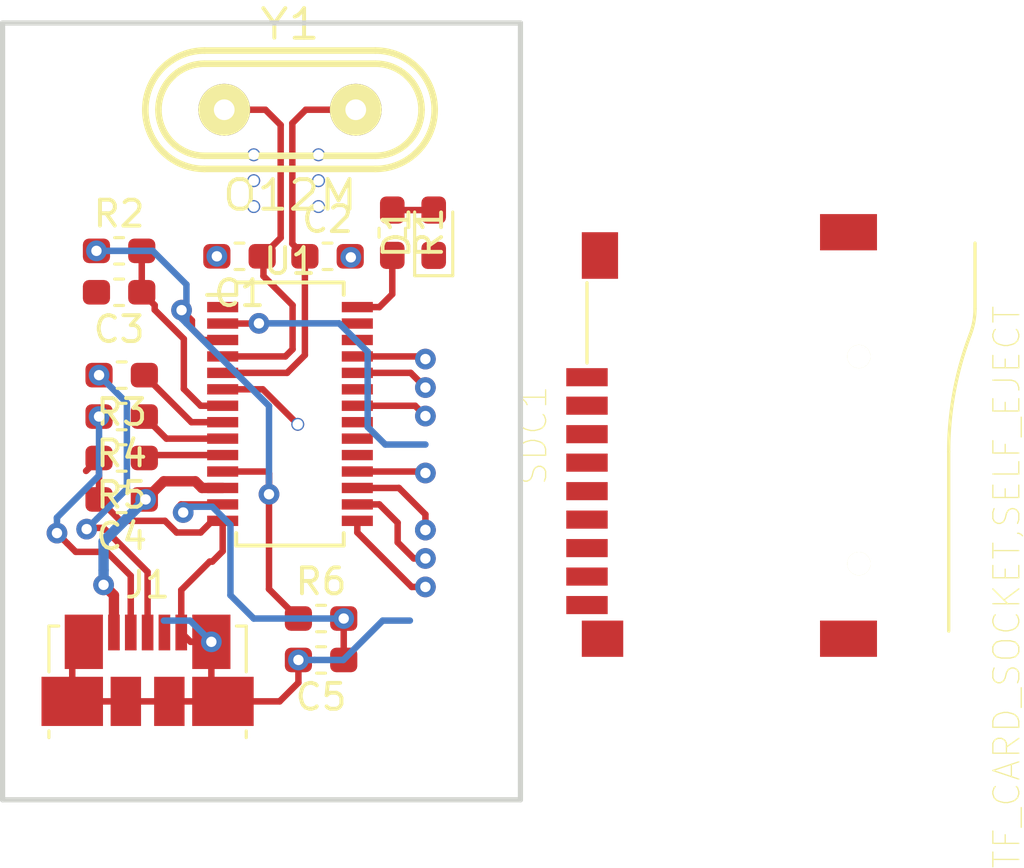
<source format=kicad_pcb>
(kicad_pcb (version 20171130) (host pcbnew 5.0.2-bee76a0~70~ubuntu18.04.1)

  (general
    (thickness 1.6)
    (drawings 4)
    (tracks 182)
    (zones 0)
    (modules 16)
    (nets 32)
  )

  (page A4)
  (layers
    (0 F.Cu signal)
    (31 B.Cu signal)
    (32 B.Adhes user)
    (33 F.Adhes user)
    (34 B.Paste user)
    (35 F.Paste user)
    (36 B.SilkS user)
    (37 F.SilkS user)
    (38 B.Mask user)
    (39 F.Mask user)
    (40 Dwgs.User user hide)
    (41 Cmts.User user)
    (42 Eco1.User user)
    (43 Eco2.User user)
    (44 Edge.Cuts user)
    (45 Margin user)
    (46 B.CrtYd user)
    (47 F.CrtYd user)
    (48 B.Fab user)
    (49 F.Fab user)
  )

  (setup
    (last_trace_width 0.25)
    (trace_clearance 0.2)
    (zone_clearance 0.508)
    (zone_45_only no)
    (trace_min 0.2)
    (segment_width 0.2)
    (edge_width 0.15)
    (via_size 0.8)
    (via_drill 0.4)
    (via_min_size 0.4)
    (via_min_drill 0.3)
    (uvia_size 0.3)
    (uvia_drill 0.1)
    (uvias_allowed no)
    (uvia_min_size 0.2)
    (uvia_min_drill 0.1)
    (pcb_text_width 0.3)
    (pcb_text_size 1.5 1.5)
    (mod_edge_width 0.15)
    (mod_text_size 1 1)
    (mod_text_width 0.15)
    (pad_size 1.05 0.95)
    (pad_drill 0)
    (pad_to_mask_clearance 0.051)
    (solder_mask_min_width 0.25)
    (aux_axis_origin 0 0)
    (visible_elements FFFFFF7F)
    (pcbplotparams
      (layerselection 0x010fc_ffffffff)
      (usegerberextensions false)
      (usegerberattributes false)
      (usegerberadvancedattributes false)
      (creategerberjobfile false)
      (excludeedgelayer true)
      (linewidth 0.100000)
      (plotframeref false)
      (viasonmask false)
      (mode 1)
      (useauxorigin false)
      (hpglpennumber 1)
      (hpglpenspeed 20)
      (hpglpendiameter 15.000000)
      (psnegative false)
      (psa4output false)
      (plotreference true)
      (plotvalue true)
      (plotinvisibletext false)
      (padsonsilk false)
      (subtractmaskfromsilk false)
      (outputformat 1)
      (mirror false)
      (drillshape 1)
      (scaleselection 1)
      (outputdirectory ""))
  )

  (net 0 "")
  (net 1 /X1)
  (net 2 /X2)
  (net 3 "Net-(RN1-Pad3)")
  (net 4 "Net-(RN1-Pad4)")
  (net 5 "Net-(SDC1-Pad3)")
  (net 6 /SD_VDD)
  (net 7 "Net-(SDC1-Pad5)")
  (net 8 "Net-(SDC1-Pad6)")
  (net 9 "Net-(RN1-Pad2)")
  (net 10 "Net-(RN1-Pad1)")
  (net 11 "Net-(SDC1-Pad9)")
  (net 12 GND)
  (net 13 +3V3)
  (net 14 "Net-(D1-Pad2)")
  (net 15 /ACTLED)
  (net 16 "Net-(J1-Pad3)")
  (net 17 /USB_DP)
  (net 18 /USB_DM)
  (net 19 "Net-(J1-Pad2)")
  (net 20 "Net-(R5-Pad1)")
  (net 21 "Net-(C5-Pad1)")
  (net 22 "Net-(C3-Pad1)")
  (net 23 "Net-(U1-Pad1)")
  (net 24 +5V)
  (net 25 "Net-(U1-Pad19)")
  (net 26 "Net-(U1-Pad20)")
  (net 27 "Net-(U1-Pad21)")
  (net 28 "Net-(U1-Pad23)")
  (net 29 "Net-(U1-Pad26)")
  (net 30 "Net-(U1-Pad27)")
  (net 31 "Net-(J1-Pad4)")

  (net_class Default "This is the default net class."
    (clearance 0.2)
    (trace_width 0.25)
    (via_dia 0.8)
    (via_drill 0.4)
    (uvia_dia 0.3)
    (uvia_drill 0.1)
    (add_net +3V3)
    (add_net +5V)
    (add_net /ACTLED)
    (add_net /SD_VDD)
    (add_net /USB_DM)
    (add_net /USB_DP)
    (add_net /X1)
    (add_net /X2)
    (add_net GND)
    (add_net "Net-(C3-Pad1)")
    (add_net "Net-(C5-Pad1)")
    (add_net "Net-(D1-Pad2)")
    (add_net "Net-(J1-Pad2)")
    (add_net "Net-(J1-Pad3)")
    (add_net "Net-(J1-Pad4)")
    (add_net "Net-(R5-Pad1)")
    (add_net "Net-(RN1-Pad1)")
    (add_net "Net-(RN1-Pad2)")
    (add_net "Net-(RN1-Pad3)")
    (add_net "Net-(RN1-Pad4)")
    (add_net "Net-(SDC1-Pad3)")
    (add_net "Net-(SDC1-Pad5)")
    (add_net "Net-(SDC1-Pad6)")
    (add_net "Net-(SDC1-Pad9)")
    (add_net "Net-(U1-Pad1)")
    (add_net "Net-(U1-Pad19)")
    (add_net "Net-(U1-Pad20)")
    (add_net "Net-(U1-Pad21)")
    (add_net "Net-(U1-Pad23)")
    (add_net "Net-(U1-Pad26)")
    (add_net "Net-(U1-Pad27)")
  )

  (module w_crystal:crystal_hc-49s (layer F.Cu) (tedit 0) (tstamp 5C293569)
    (at 41.1 23.35)
    (descr "Crystal, HC-49S")
    (tags QUARTZ)
    (path /5C175B5E)
    (autoplace_cost180 10)
    (fp_text reference Y1 (at 0 -3.302) (layer F.SilkS)
      (effects (font (size 1.143 1.27) (thickness 0.1524)))
    )
    (fp_text value O12M (at 0 3.302) (layer F.SilkS)
      (effects (font (size 1.143 1.27) (thickness 0.1524)))
    )
    (fp_arc (start 3.302 0) (end 3.302 -2.286) (angle 90) (layer F.SilkS) (width 0.254))
    (fp_line (start -3.302 1.778) (end 3.302 1.778) (layer F.SilkS) (width 0.254))
    (fp_line (start 3.302 -1.778) (end -3.302 -1.778) (layer F.SilkS) (width 0.254))
    (fp_arc (start 3.302 0) (end 5.08 0) (angle 90) (layer F.SilkS) (width 0.254))
    (fp_arc (start 3.302 0) (end 3.302 -1.778) (angle 90) (layer F.SilkS) (width 0.254))
    (fp_arc (start -3.302 0) (end -3.302 1.778) (angle 90) (layer F.SilkS) (width 0.254))
    (fp_arc (start -3.302 0) (end -5.08 0) (angle 90) (layer F.SilkS) (width 0.254))
    (fp_arc (start 3.302 0) (end 5.588 0) (angle 90) (layer F.SilkS) (width 0.254))
    (fp_line (start 3.302 2.286) (end -3.302 2.286) (layer F.SilkS) (width 0.254))
    (fp_line (start -3.302 -2.286) (end 3.302 -2.286) (layer F.SilkS) (width 0.254))
    (fp_arc (start -3.302 0) (end -3.302 2.286) (angle 90) (layer F.SilkS) (width 0.254))
    (fp_arc (start -3.302 0) (end -5.588 0) (angle 90) (layer F.SilkS) (width 0.254))
    (pad 1 thru_hole circle (at -2.54 0) (size 1.99898 1.99898) (drill 0.8001) (layers *.Cu *.Mask F.SilkS)
      (net 1 /X1))
    (pad 2 thru_hole circle (at 2.54 0) (size 1.99898 1.99898) (drill 0.8001) (layers *.Cu *.Mask F.SilkS)
      (net 2 /X2))
    (model ${HOME}/_workspace/kicad/kicad_library/smisioto-footprints/modules/packages3d/walter/crystal/crystal_hc-49s.wrl
      (at (xyz 0 0 0))
      (scale (xyz 1 1 1))
      (rotate (xyz 0 0 0))
    )
  )

  (module Capacitor_SMD:C_0603_1608Metric_Pad1.05x0.95mm_HandSolder (layer F.Cu) (tedit 5B301BBE) (tstamp 5C297F40)
    (at 42.55 29.010824)
    (descr "Capacitor SMD 0603 (1608 Metric), square (rectangular) end terminal, IPC_7351 nominal with elongated pad for handsoldering. (Body size source: http://www.tortai-tech.com/upload/download/2011102023233369053.pdf), generated with kicad-footprint-generator")
    (tags "capacitor handsolder")
    (path /5C1A47E9)
    (attr smd)
    (fp_text reference C2 (at 0 -1.43) (layer F.SilkS)
      (effects (font (size 1 1) (thickness 0.15)))
    )
    (fp_text value C221,0603 (at 0 1.43) (layer F.Fab)
      (effects (font (size 1 1) (thickness 0.15)))
    )
    (fp_line (start -0.8 0.4) (end -0.8 -0.4) (layer F.Fab) (width 0.1))
    (fp_line (start -0.8 -0.4) (end 0.8 -0.4) (layer F.Fab) (width 0.1))
    (fp_line (start 0.8 -0.4) (end 0.8 0.4) (layer F.Fab) (width 0.1))
    (fp_line (start 0.8 0.4) (end -0.8 0.4) (layer F.Fab) (width 0.1))
    (fp_line (start -0.171267 -0.51) (end 0.171267 -0.51) (layer F.SilkS) (width 0.12))
    (fp_line (start -0.171267 0.51) (end 0.171267 0.51) (layer F.SilkS) (width 0.12))
    (fp_line (start -1.65 0.73) (end -1.65 -0.73) (layer F.CrtYd) (width 0.05))
    (fp_line (start -1.65 -0.73) (end 1.65 -0.73) (layer F.CrtYd) (width 0.05))
    (fp_line (start 1.65 -0.73) (end 1.65 0.73) (layer F.CrtYd) (width 0.05))
    (fp_line (start 1.65 0.73) (end -1.65 0.73) (layer F.CrtYd) (width 0.05))
    (fp_text user %R (at 0 0) (layer F.Fab)
      (effects (font (size 0.4 0.4) (thickness 0.06)))
    )
    (pad 1 smd roundrect (at -0.875 0) (size 1.05 0.95) (layers F.Cu F.Paste F.Mask) (roundrect_rratio 0.25)
      (net 2 /X2))
    (pad 2 smd roundrect (at 0.875 0) (size 1.05 0.95) (layers F.Cu F.Paste F.Mask) (roundrect_rratio 0.25)
      (net 12 GND))
    (model ${KISYS3DMOD}/Capacitor_SMD.3dshapes/C_0603_1608Metric.wrl
      (at (xyz 0 0 0))
      (scale (xyz 1 1 1))
      (rotate (xyz 0 0 0))
    )
  )

  (module Capacitor_SMD:C_0603_1608Metric_Pad1.05x0.95mm_HandSolder (layer F.Cu) (tedit 5B301BBE) (tstamp 5C2936B0)
    (at 34.5 30.4 180)
    (descr "Capacitor SMD 0603 (1608 Metric), square (rectangular) end terminal, IPC_7351 nominal with elongated pad for handsoldering. (Body size source: http://www.tortai-tech.com/upload/download/2011102023233369053.pdf), generated with kicad-footprint-generator")
    (tags "capacitor handsolder")
    (path /5C17E70B)
    (attr smd)
    (fp_text reference C3 (at 0 -1.43 180) (layer F.SilkS)
      (effects (font (size 1 1) (thickness 0.15)))
    )
    (fp_text value C104,0603 (at 0 1.43 180) (layer F.Fab)
      (effects (font (size 1 1) (thickness 0.15)))
    )
    (fp_text user %R (at 0 0 180) (layer F.Fab)
      (effects (font (size 0.4 0.4) (thickness 0.06)))
    )
    (fp_line (start 1.65 0.73) (end -1.65 0.73) (layer F.CrtYd) (width 0.05))
    (fp_line (start 1.65 -0.73) (end 1.65 0.73) (layer F.CrtYd) (width 0.05))
    (fp_line (start -1.65 -0.73) (end 1.65 -0.73) (layer F.CrtYd) (width 0.05))
    (fp_line (start -1.65 0.73) (end -1.65 -0.73) (layer F.CrtYd) (width 0.05))
    (fp_line (start -0.171267 0.51) (end 0.171267 0.51) (layer F.SilkS) (width 0.12))
    (fp_line (start -0.171267 -0.51) (end 0.171267 -0.51) (layer F.SilkS) (width 0.12))
    (fp_line (start 0.8 0.4) (end -0.8 0.4) (layer F.Fab) (width 0.1))
    (fp_line (start 0.8 -0.4) (end 0.8 0.4) (layer F.Fab) (width 0.1))
    (fp_line (start -0.8 -0.4) (end 0.8 -0.4) (layer F.Fab) (width 0.1))
    (fp_line (start -0.8 0.4) (end -0.8 -0.4) (layer F.Fab) (width 0.1))
    (pad 2 smd roundrect (at 0.875 0 180) (size 1.05 0.95) (layers F.Cu F.Paste F.Mask) (roundrect_rratio 0.25)
      (net 12 GND))
    (pad 1 smd roundrect (at -0.875 0 180) (size 1.05 0.95) (layers F.Cu F.Paste F.Mask) (roundrect_rratio 0.25)
      (net 22 "Net-(C3-Pad1)"))
    (model ${KISYS3DMOD}/Capacitor_SMD.3dshapes/C_0603_1608Metric.wrl
      (at (xyz 0 0 0))
      (scale (xyz 1 1 1))
      (rotate (xyz 0 0 0))
    )
  )

  (module Capacitor_SMD:C_0603_1608Metric_Pad1.05x0.95mm_HandSolder (layer F.Cu) (tedit 5B301BBE) (tstamp 5C29369F)
    (at 34.6 38.4 180)
    (descr "Capacitor SMD 0603 (1608 Metric), square (rectangular) end terminal, IPC_7351 nominal with elongated pad for handsoldering. (Body size source: http://www.tortai-tech.com/upload/download/2011102023233369053.pdf), generated with kicad-footprint-generator")
    (tags "capacitor handsolder")
    (path /5C177C3B)
    (attr smd)
    (fp_text reference C4 (at 0 -1.43 180) (layer F.SilkS)
      (effects (font (size 1 1) (thickness 0.15)))
    )
    (fp_text value C104,0603 (at 0 1.43 180) (layer F.Fab)
      (effects (font (size 1 1) (thickness 0.15)))
    )
    (fp_line (start -0.8 0.4) (end -0.8 -0.4) (layer F.Fab) (width 0.1))
    (fp_line (start -0.8 -0.4) (end 0.8 -0.4) (layer F.Fab) (width 0.1))
    (fp_line (start 0.8 -0.4) (end 0.8 0.4) (layer F.Fab) (width 0.1))
    (fp_line (start 0.8 0.4) (end -0.8 0.4) (layer F.Fab) (width 0.1))
    (fp_line (start -0.171267 -0.51) (end 0.171267 -0.51) (layer F.SilkS) (width 0.12))
    (fp_line (start -0.171267 0.51) (end 0.171267 0.51) (layer F.SilkS) (width 0.12))
    (fp_line (start -1.65 0.73) (end -1.65 -0.73) (layer F.CrtYd) (width 0.05))
    (fp_line (start -1.65 -0.73) (end 1.65 -0.73) (layer F.CrtYd) (width 0.05))
    (fp_line (start 1.65 -0.73) (end 1.65 0.73) (layer F.CrtYd) (width 0.05))
    (fp_line (start 1.65 0.73) (end -1.65 0.73) (layer F.CrtYd) (width 0.05))
    (fp_text user %R (at 0 0 180) (layer F.Fab)
      (effects (font (size 0.4 0.4) (thickness 0.06)))
    )
    (pad 1 smd roundrect (at -0.875 0 180) (size 1.05 0.95) (layers F.Cu F.Paste F.Mask) (roundrect_rratio 0.25)
      (net 24 +5V))
    (pad 2 smd roundrect (at 0.875 0 180) (size 1.05 0.95) (layers F.Cu F.Paste F.Mask) (roundrect_rratio 0.25)
      (net 12 GND))
    (model ${KISYS3DMOD}/Capacitor_SMD.3dshapes/C_0603_1608Metric.wrl
      (at (xyz 0 0 0))
      (scale (xyz 1 1 1))
      (rotate (xyz 0 0 0))
    )
  )

  (module Capacitor_SMD:C_0603_1608Metric_Pad1.05x0.95mm_HandSolder (layer F.Cu) (tedit 5B301BBE) (tstamp 5C29368E)
    (at 42.3 44.6 180)
    (descr "Capacitor SMD 0603 (1608 Metric), square (rectangular) end terminal, IPC_7351 nominal with elongated pad for handsoldering. (Body size source: http://www.tortai-tech.com/upload/download/2011102023233369053.pdf), generated with kicad-footprint-generator")
    (tags "capacitor handsolder")
    (path /5C17BD6C)
    (attr smd)
    (fp_text reference C5 (at 0 -1.43 180) (layer F.SilkS)
      (effects (font (size 1 1) (thickness 0.15)))
    )
    (fp_text value C104,0603 (at 0 1.43 180) (layer F.Fab)
      (effects (font (size 1 1) (thickness 0.15)))
    )
    (fp_text user %R (at 0 0 180) (layer F.Fab)
      (effects (font (size 0.4 0.4) (thickness 0.06)))
    )
    (fp_line (start 1.65 0.73) (end -1.65 0.73) (layer F.CrtYd) (width 0.05))
    (fp_line (start 1.65 -0.73) (end 1.65 0.73) (layer F.CrtYd) (width 0.05))
    (fp_line (start -1.65 -0.73) (end 1.65 -0.73) (layer F.CrtYd) (width 0.05))
    (fp_line (start -1.65 0.73) (end -1.65 -0.73) (layer F.CrtYd) (width 0.05))
    (fp_line (start -0.171267 0.51) (end 0.171267 0.51) (layer F.SilkS) (width 0.12))
    (fp_line (start -0.171267 -0.51) (end 0.171267 -0.51) (layer F.SilkS) (width 0.12))
    (fp_line (start 0.8 0.4) (end -0.8 0.4) (layer F.Fab) (width 0.1))
    (fp_line (start 0.8 -0.4) (end 0.8 0.4) (layer F.Fab) (width 0.1))
    (fp_line (start -0.8 -0.4) (end 0.8 -0.4) (layer F.Fab) (width 0.1))
    (fp_line (start -0.8 0.4) (end -0.8 -0.4) (layer F.Fab) (width 0.1))
    (pad 2 smd roundrect (at 0.875 0 180) (size 1.05 0.95) (layers F.Cu F.Paste F.Mask) (roundrect_rratio 0.25)
      (net 12 GND))
    (pad 1 smd roundrect (at -0.875 0 180) (size 1.05 0.95) (layers F.Cu F.Paste F.Mask) (roundrect_rratio 0.25)
      (net 21 "Net-(C5-Pad1)"))
    (model ${KISYS3DMOD}/Capacitor_SMD.3dshapes/C_0603_1608Metric.wrl
      (at (xyz 0 0 0))
      (scale (xyz 1 1 1))
      (rotate (xyz 0 0 0))
    )
  )

  (module Capacitor_SMD:C_0603_1608Metric_Pad1.05x0.95mm_HandSolder (layer F.Cu) (tedit 5B301BBE) (tstamp 5C297E6E)
    (at 39.15 29.010824 180)
    (descr "Capacitor SMD 0603 (1608 Metric), square (rectangular) end terminal, IPC_7351 nominal with elongated pad for handsoldering. (Body size source: http://www.tortai-tech.com/upload/download/2011102023233369053.pdf), generated with kicad-footprint-generator")
    (tags "capacitor handsolder")
    (path /5C1A478C)
    (attr smd)
    (fp_text reference C1 (at 0 -1.43 180) (layer F.SilkS)
      (effects (font (size 1 1) (thickness 0.15)))
    )
    (fp_text value C221,0603 (at 0 1.43 180) (layer F.Fab)
      (effects (font (size 1 1) (thickness 0.15)))
    )
    (fp_line (start -0.8 0.4) (end -0.8 -0.4) (layer F.Fab) (width 0.1))
    (fp_line (start -0.8 -0.4) (end 0.8 -0.4) (layer F.Fab) (width 0.1))
    (fp_line (start 0.8 -0.4) (end 0.8 0.4) (layer F.Fab) (width 0.1))
    (fp_line (start 0.8 0.4) (end -0.8 0.4) (layer F.Fab) (width 0.1))
    (fp_line (start -0.171267 -0.51) (end 0.171267 -0.51) (layer F.SilkS) (width 0.12))
    (fp_line (start -0.171267 0.51) (end 0.171267 0.51) (layer F.SilkS) (width 0.12))
    (fp_line (start -1.65 0.73) (end -1.65 -0.73) (layer F.CrtYd) (width 0.05))
    (fp_line (start -1.65 -0.73) (end 1.65 -0.73) (layer F.CrtYd) (width 0.05))
    (fp_line (start 1.65 -0.73) (end 1.65 0.73) (layer F.CrtYd) (width 0.05))
    (fp_line (start 1.65 0.73) (end -1.65 0.73) (layer F.CrtYd) (width 0.05))
    (fp_text user %R (at 0 0 180) (layer F.Fab)
      (effects (font (size 0.4 0.4) (thickness 0.06)))
    )
    (pad 1 smd roundrect (at -0.875 0 180) (size 1.05 0.95) (layers F.Cu F.Paste F.Mask) (roundrect_rratio 0.25)
      (net 1 /X1))
    (pad 2 smd roundrect (at 0.875 0 180) (size 1.05 0.95) (layers F.Cu F.Paste F.Mask) (roundrect_rratio 0.25)
      (net 12 GND))
    (model ${KISYS3DMOD}/Capacitor_SMD.3dshapes/C_0603_1608Metric.wrl
      (at (xyz 0 0 0))
      (scale (xyz 1 1 1))
      (rotate (xyz 0 0 0))
    )
  )

  (module Connector_USB:USB_Micro-B_Molex_47346-0001 (layer F.Cu) (tedit 5A1DC0BD) (tstamp 5C297469)
    (at 35.6 45)
    (descr "Micro USB B receptable with flange, bottom-mount, SMD, right-angle (http://www.molex.com/pdm_docs/sd/473460001_sd.pdf)")
    (tags "Micro B USB SMD")
    (path /5C17609C)
    (attr smd)
    (fp_text reference J1 (at 0 -3.3 180) (layer F.SilkS)
      (effects (font (size 1 1) (thickness 0.15)))
    )
    (fp_text value USB_B_Micro (at 0 4.6 180) (layer F.Fab)
      (effects (font (size 1 1) (thickness 0.15)))
    )
    (fp_text user "PCB Edge" (at 0 2.67 180) (layer Dwgs.User)
      (effects (font (size 0.4 0.4) (thickness 0.04)))
    )
    (fp_text user %R (at 0 1.2) (layer F.Fab)
      (effects (font (size 1 1) (thickness 0.15)))
    )
    (fp_line (start 3.81 -1.71) (end 3.43 -1.71) (layer F.SilkS) (width 0.12))
    (fp_line (start 4.6 3.9) (end -4.6 3.9) (layer F.CrtYd) (width 0.05))
    (fp_line (start 4.6 -2.7) (end 4.6 3.9) (layer F.CrtYd) (width 0.05))
    (fp_line (start -4.6 -2.7) (end 4.6 -2.7) (layer F.CrtYd) (width 0.05))
    (fp_line (start -4.6 3.9) (end -4.6 -2.7) (layer F.CrtYd) (width 0.05))
    (fp_line (start 3.75 3.35) (end -3.75 3.35) (layer F.Fab) (width 0.1))
    (fp_line (start 3.75 -1.65) (end 3.75 3.35) (layer F.Fab) (width 0.1))
    (fp_line (start -3.75 -1.65) (end 3.75 -1.65) (layer F.Fab) (width 0.1))
    (fp_line (start -3.75 3.35) (end -3.75 -1.65) (layer F.Fab) (width 0.1))
    (fp_line (start 3.81 2.34) (end 3.81 2.6) (layer F.SilkS) (width 0.12))
    (fp_line (start 3.81 -1.71) (end 3.81 0.06) (layer F.SilkS) (width 0.12))
    (fp_line (start -3.81 -1.71) (end -3.43 -1.71) (layer F.SilkS) (width 0.12))
    (fp_line (start -3.81 0.06) (end -3.81 -1.71) (layer F.SilkS) (width 0.12))
    (fp_line (start -3.81 2.6) (end -3.81 2.34) (layer F.SilkS) (width 0.12))
    (fp_line (start -3.25 2.65) (end 3.25 2.65) (layer F.Fab) (width 0.1))
    (pad 1 smd rect (at -1.3 -1.46) (size 0.45 1.38) (layers F.Cu F.Paste F.Mask)
      (net 24 +5V))
    (pad 2 smd rect (at -0.65 -1.46) (size 0.45 1.38) (layers F.Cu F.Paste F.Mask)
      (net 19 "Net-(J1-Pad2)"))
    (pad 3 smd rect (at 0 -1.46) (size 0.45 1.38) (layers F.Cu F.Paste F.Mask)
      (net 16 "Net-(J1-Pad3)"))
    (pad 4 smd rect (at 0.65 -1.46) (size 0.45 1.38) (layers F.Cu F.Paste F.Mask)
      (net 31 "Net-(J1-Pad4)"))
    (pad 5 smd rect (at 1.3 -1.46) (size 0.45 1.38) (layers F.Cu F.Paste F.Mask)
      (net 12 GND))
    (pad 6 smd rect (at -2.4625 -1.1) (size 1.475 2.1) (layers F.Cu F.Paste F.Mask)
      (net 12 GND))
    (pad 6 smd rect (at 2.4625 -1.1) (size 1.475 2.1) (layers F.Cu F.Paste F.Mask)
      (net 12 GND))
    (pad 6 smd rect (at -2.91 1.2) (size 2.375 1.9) (layers F.Cu F.Paste F.Mask)
      (net 12 GND))
    (pad 6 smd rect (at 2.91 1.2) (size 2.375 1.9) (layers F.Cu F.Paste F.Mask)
      (net 12 GND))
    (pad 6 smd rect (at -0.84 1.2) (size 1.175 1.9) (layers F.Cu F.Paste F.Mask)
      (net 12 GND))
    (pad 6 smd rect (at 0.84 1.2) (size 1.175 1.9) (layers F.Cu F.Paste F.Mask)
      (net 12 GND))
    (model ${KISYS3DMOD}/Connector_USB.3dshapes/USB_Micro-B_Molex_47346-0001.wrl
      (at (xyz 0 0 0))
      (scale (xyz 1 1 1))
      (rotate (xyz 0 0 0))
    )
  )

  (module LED_SMD:LED_0603_1608Metric_Pad1.05x0.95mm_HandSolder (layer F.Cu) (tedit 5B4B45C9) (tstamp 5C29364C)
    (at 46.65 28.1 90)
    (descr "LED SMD 0603 (1608 Metric), square (rectangular) end terminal, IPC_7351 nominal, (Body size source: http://www.tortai-tech.com/upload/download/2011102023233369053.pdf), generated with kicad-footprint-generator")
    (tags "LED handsolder")
    (path /5C18797F)
    (attr smd)
    (fp_text reference D1 (at 0 -1.43 90) (layer F.SilkS)
      (effects (font (size 1 1) (thickness 0.15)))
    )
    (fp_text value LED_GREEN,0603 (at 0 1.43 90) (layer F.Fab)
      (effects (font (size 1 1) (thickness 0.15)))
    )
    (fp_line (start 0.8 -0.4) (end -0.5 -0.4) (layer F.Fab) (width 0.1))
    (fp_line (start -0.5 -0.4) (end -0.8 -0.1) (layer F.Fab) (width 0.1))
    (fp_line (start -0.8 -0.1) (end -0.8 0.4) (layer F.Fab) (width 0.1))
    (fp_line (start -0.8 0.4) (end 0.8 0.4) (layer F.Fab) (width 0.1))
    (fp_line (start 0.8 0.4) (end 0.8 -0.4) (layer F.Fab) (width 0.1))
    (fp_line (start 0.8 -0.735) (end -1.66 -0.735) (layer F.SilkS) (width 0.12))
    (fp_line (start -1.66 -0.735) (end -1.66 0.735) (layer F.SilkS) (width 0.12))
    (fp_line (start -1.66 0.735) (end 0.8 0.735) (layer F.SilkS) (width 0.12))
    (fp_line (start -1.65 0.73) (end -1.65 -0.73) (layer F.CrtYd) (width 0.05))
    (fp_line (start -1.65 -0.73) (end 1.65 -0.73) (layer F.CrtYd) (width 0.05))
    (fp_line (start 1.65 -0.73) (end 1.65 0.73) (layer F.CrtYd) (width 0.05))
    (fp_line (start 1.65 0.73) (end -1.65 0.73) (layer F.CrtYd) (width 0.05))
    (fp_text user %R (at 0 0 90) (layer F.Fab)
      (effects (font (size 0.4 0.4) (thickness 0.06)))
    )
    (pad 1 smd roundrect (at -0.875 0 90) (size 1.05 0.95) (layers F.Cu F.Paste F.Mask) (roundrect_rratio 0.25)
      (net 12 GND))
    (pad 2 smd roundrect (at 0.875 0 90) (size 1.05 0.95) (layers F.Cu F.Paste F.Mask) (roundrect_rratio 0.25)
      (net 14 "Net-(D1-Pad2)"))
    (model ${KISYS3DMOD}/LED_SMD.3dshapes/LED_0603_1608Metric.wrl
      (at (xyz 0 0 0))
      (scale (xyz 1 1 1))
      (rotate (xyz 0 0 0))
    )
  )

  (module Package_SO:SSOP-28_3.9x9.9mm_P0.635mm (layer F.Cu) (tedit 5A02F25C) (tstamp 5C293639)
    (at 41.1 35.1)
    (descr "SSOP28: plastic shrink small outline package; 28 leads; body width 3.9 mm; lead pitch 0.635; (see http://cds.linear.com/docs/en/datasheet/38901fb.pdf)")
    (tags "SSOP 0.635")
    (path /5C175931)
    (attr smd)
    (fp_text reference U1 (at 0 -5.9) (layer F.SilkS)
      (effects (font (size 1 1) (thickness 0.15)))
    )
    (fp_text value GL827L (at -0.1 6.2) (layer F.Fab)
      (effects (font (size 1 1) (thickness 0.15)))
    )
    (fp_line (start -0.95 -4.95) (end 1.95 -4.95) (layer F.Fab) (width 0.15))
    (fp_line (start 1.95 -4.95) (end 1.95 4.95) (layer F.Fab) (width 0.15))
    (fp_line (start 1.95 4.95) (end -1.95 4.95) (layer F.Fab) (width 0.15))
    (fp_line (start -1.95 4.95) (end -1.95 -4) (layer F.Fab) (width 0.15))
    (fp_line (start -1.95 -4) (end -0.95 -4.95) (layer F.Fab) (width 0.15))
    (fp_line (start -3.45 -5.2) (end -3.45 5.2) (layer F.CrtYd) (width 0.05))
    (fp_line (start 3.45 -5.2) (end 3.45 5.2) (layer F.CrtYd) (width 0.05))
    (fp_line (start -3.45 -5.2) (end 3.45 -5.2) (layer F.CrtYd) (width 0.05))
    (fp_line (start -3.45 5.2) (end 3.45 5.2) (layer F.CrtYd) (width 0.05))
    (fp_line (start -2.075 -5.08) (end -2.075 -4.6) (layer F.SilkS) (width 0.15))
    (fp_line (start 2.075 -5.08) (end 2.075 -4.6) (layer F.SilkS) (width 0.15))
    (fp_line (start 2.075 5.08) (end 2.075 4.6) (layer F.SilkS) (width 0.15))
    (fp_line (start -2.075 5.08) (end -2.075 4.6) (layer F.SilkS) (width 0.15))
    (fp_line (start -2.075 -5.08) (end 2.075 -5.08) (layer F.SilkS) (width 0.15))
    (fp_line (start -2.075 5.08) (end 2.075 5.08) (layer F.SilkS) (width 0.15))
    (fp_line (start -2.075 -4.6) (end -3.2 -4.6) (layer F.SilkS) (width 0.15))
    (fp_text user %R (at 0 0) (layer F.Fab)
      (effects (font (size 0.8 0.8) (thickness 0.15)))
    )
    (pad 1 smd rect (at -2.6 -4.1275) (size 1.2 0.4) (layers F.Cu F.Paste F.Mask)
      (net 23 "Net-(U1-Pad1)"))
    (pad 2 smd rect (at -2.6 -3.4925) (size 1.2 0.4) (layers F.Cu F.Paste F.Mask)
      (net 6 /SD_VDD))
    (pad 3 smd rect (at -2.6 -2.8575) (size 1.2 0.4) (layers F.Cu F.Paste F.Mask)
      (net 13 +3V3))
    (pad 4 smd rect (at -2.6 -2.2225) (size 1.2 0.4) (layers F.Cu F.Paste F.Mask)
      (net 1 /X1))
    (pad 5 smd rect (at -2.6 -1.5875) (size 1.2 0.4) (layers F.Cu F.Paste F.Mask)
      (net 2 /X2))
    (pad 6 smd rect (at -2.6 -0.9525) (size 1.2 0.4) (layers F.Cu F.Paste F.Mask)
      (net 12 GND))
    (pad 7 smd rect (at -2.6 -0.3175) (size 1.2 0.4) (layers F.Cu F.Paste F.Mask)
      (net 22 "Net-(C3-Pad1)"))
    (pad 8 smd rect (at -2.6 0.3175) (size 1.2 0.4) (layers F.Cu F.Paste F.Mask)
      (net 17 /USB_DP))
    (pad 9 smd rect (at -2.6 0.9525) (size 1.2 0.4) (layers F.Cu F.Paste F.Mask)
      (net 18 /USB_DM))
    (pad 10 smd rect (at -2.6 1.5875) (size 1.2 0.4) (layers F.Cu F.Paste F.Mask)
      (net 20 "Net-(R5-Pad1)"))
    (pad 11 smd rect (at -2.6 2.2225) (size 1.2 0.4) (layers F.Cu F.Paste F.Mask)
      (net 13 +3V3))
    (pad 12 smd rect (at -2.6 2.8575) (size 1.2 0.4) (layers F.Cu F.Paste F.Mask)
      (net 24 +5V))
    (pad 13 smd rect (at -2.6 3.4925) (size 1.2 0.4) (layers F.Cu F.Paste F.Mask)
      (net 21 "Net-(C5-Pad1)"))
    (pad 14 smd rect (at -2.6 4.1275) (size 1.2 0.4) (layers F.Cu F.Paste F.Mask)
      (net 12 GND))
    (pad 15 smd rect (at 2.6 4.1275) (size 1.2 0.4) (layers F.Cu F.Paste F.Mask)
      (net 11 "Net-(SDC1-Pad9)"))
    (pad 16 smd rect (at 2.6 3.4925) (size 1.2 0.4) (layers F.Cu F.Paste F.Mask)
      (net 10 "Net-(RN1-Pad1)"))
    (pad 17 smd rect (at 2.6 2.8575) (size 1.2 0.4) (layers F.Cu F.Paste F.Mask)
      (net 9 "Net-(RN1-Pad2)"))
    (pad 18 smd rect (at 2.6 2.2225) (size 1.2 0.4) (layers F.Cu F.Paste F.Mask)
      (net 7 "Net-(SDC1-Pad5)"))
    (pad 19 smd rect (at 2.6 1.5875) (size 1.2 0.4) (layers F.Cu F.Paste F.Mask)
      (net 25 "Net-(U1-Pad19)"))
    (pad 20 smd rect (at 2.6 0.9525) (size 1.2 0.4) (layers F.Cu F.Paste F.Mask)
      (net 26 "Net-(U1-Pad20)"))
    (pad 21 smd rect (at 2.6 0.3175) (size 1.2 0.4) (layers F.Cu F.Paste F.Mask)
      (net 27 "Net-(U1-Pad21)"))
    (pad 22 smd rect (at 2.6 -0.3175) (size 1.2 0.4) (layers F.Cu F.Paste F.Mask)
      (net 5 "Net-(SDC1-Pad3)"))
    (pad 23 smd rect (at 2.6 -0.9525) (size 1.2 0.4) (layers F.Cu F.Paste F.Mask)
      (net 28 "Net-(U1-Pad23)"))
    (pad 24 smd rect (at 2.6 -1.5875) (size 1.2 0.4) (layers F.Cu F.Paste F.Mask)
      (net 4 "Net-(RN1-Pad4)"))
    (pad 25 smd rect (at 2.6 -2.2225) (size 1.2 0.4) (layers F.Cu F.Paste F.Mask)
      (net 3 "Net-(RN1-Pad3)"))
    (pad 26 smd rect (at 2.6 -2.8575) (size 1.2 0.4) (layers F.Cu F.Paste F.Mask)
      (net 29 "Net-(U1-Pad26)"))
    (pad 27 smd rect (at 2.6 -3.4925) (size 1.2 0.4) (layers F.Cu F.Paste F.Mask)
      (net 30 "Net-(U1-Pad27)"))
    (pad 28 smd rect (at 2.6 -4.1275) (size 1.2 0.4) (layers F.Cu F.Paste F.Mask)
      (net 15 /ACTLED))
    (model ${KISYS3DMOD}/Package_SO.3dshapes/SSOP-28_3.9x9.9mm_P0.635mm.wrl
      (at (xyz 0 0 0))
      (scale (xyz 1 1 1))
      (rotate (xyz 0 0 0))
    )
  )

  (module Resistor_SMD:R_0603_1608Metric_Pad1.05x0.95mm_HandSolder (layer F.Cu) (tedit 5B301BBD) (tstamp 5C293608)
    (at 34.5 28.8)
    (descr "Resistor SMD 0603 (1608 Metric), square (rectangular) end terminal, IPC_7351 nominal with elongated pad for handsoldering. (Body size source: http://www.tortai-tech.com/upload/download/2011102023233369053.pdf), generated with kicad-footprint-generator")
    (tags "resistor handsolder")
    (path /5C17E953)
    (attr smd)
    (fp_text reference R2 (at 0 -1.43) (layer F.SilkS)
      (effects (font (size 1 1) (thickness 0.15)))
    )
    (fp_text value R103,0603 (at 0 1.43) (layer F.Fab)
      (effects (font (size 1 1) (thickness 0.15)))
    )
    (fp_text user %R (at 0 0) (layer F.Fab)
      (effects (font (size 0.4 0.4) (thickness 0.06)))
    )
    (fp_line (start 1.65 0.73) (end -1.65 0.73) (layer F.CrtYd) (width 0.05))
    (fp_line (start 1.65 -0.73) (end 1.65 0.73) (layer F.CrtYd) (width 0.05))
    (fp_line (start -1.65 -0.73) (end 1.65 -0.73) (layer F.CrtYd) (width 0.05))
    (fp_line (start -1.65 0.73) (end -1.65 -0.73) (layer F.CrtYd) (width 0.05))
    (fp_line (start -0.171267 0.51) (end 0.171267 0.51) (layer F.SilkS) (width 0.12))
    (fp_line (start -0.171267 -0.51) (end 0.171267 -0.51) (layer F.SilkS) (width 0.12))
    (fp_line (start 0.8 0.4) (end -0.8 0.4) (layer F.Fab) (width 0.1))
    (fp_line (start 0.8 -0.4) (end 0.8 0.4) (layer F.Fab) (width 0.1))
    (fp_line (start -0.8 -0.4) (end 0.8 -0.4) (layer F.Fab) (width 0.1))
    (fp_line (start -0.8 0.4) (end -0.8 -0.4) (layer F.Fab) (width 0.1))
    (pad 2 smd roundrect (at 0.875 0) (size 1.05 0.95) (layers F.Cu F.Paste F.Mask) (roundrect_rratio 0.25)
      (net 22 "Net-(C3-Pad1)"))
    (pad 1 smd roundrect (at -0.875 0) (size 1.05 0.95) (layers F.Cu F.Paste F.Mask) (roundrect_rratio 0.25)
      (net 13 +3V3))
    (model ${KISYS3DMOD}/Resistor_SMD.3dshapes/R_0603_1608Metric.wrl
      (at (xyz 0 0 0))
      (scale (xyz 1 1 1))
      (rotate (xyz 0 0 0))
    )
  )

  (module Resistor_SMD:R_0603_1608Metric_Pad1.05x0.95mm_HandSolder (layer F.Cu) (tedit 5B301BBD) (tstamp 5C2935F7)
    (at 42.3 43)
    (descr "Resistor SMD 0603 (1608 Metric), square (rectangular) end terminal, IPC_7351 nominal with elongated pad for handsoldering. (Body size source: http://www.tortai-tech.com/upload/download/2011102023233369053.pdf), generated with kicad-footprint-generator")
    (tags "resistor handsolder")
    (path /5C17BCB1)
    (attr smd)
    (fp_text reference R6 (at 0 -1.43) (layer F.SilkS)
      (effects (font (size 1 1) (thickness 0.15)))
    )
    (fp_text value R103,0603 (at 0 1.43) (layer F.Fab)
      (effects (font (size 1 1) (thickness 0.15)))
    )
    (fp_line (start -0.8 0.4) (end -0.8 -0.4) (layer F.Fab) (width 0.1))
    (fp_line (start -0.8 -0.4) (end 0.8 -0.4) (layer F.Fab) (width 0.1))
    (fp_line (start 0.8 -0.4) (end 0.8 0.4) (layer F.Fab) (width 0.1))
    (fp_line (start 0.8 0.4) (end -0.8 0.4) (layer F.Fab) (width 0.1))
    (fp_line (start -0.171267 -0.51) (end 0.171267 -0.51) (layer F.SilkS) (width 0.12))
    (fp_line (start -0.171267 0.51) (end 0.171267 0.51) (layer F.SilkS) (width 0.12))
    (fp_line (start -1.65 0.73) (end -1.65 -0.73) (layer F.CrtYd) (width 0.05))
    (fp_line (start -1.65 -0.73) (end 1.65 -0.73) (layer F.CrtYd) (width 0.05))
    (fp_line (start 1.65 -0.73) (end 1.65 0.73) (layer F.CrtYd) (width 0.05))
    (fp_line (start 1.65 0.73) (end -1.65 0.73) (layer F.CrtYd) (width 0.05))
    (fp_text user %R (at 0 0) (layer F.Fab)
      (effects (font (size 0.4 0.4) (thickness 0.06)))
    )
    (pad 1 smd roundrect (at -0.875 0) (size 1.05 0.95) (layers F.Cu F.Paste F.Mask) (roundrect_rratio 0.25)
      (net 13 +3V3))
    (pad 2 smd roundrect (at 0.875 0) (size 1.05 0.95) (layers F.Cu F.Paste F.Mask) (roundrect_rratio 0.25)
      (net 21 "Net-(C5-Pad1)"))
    (model ${KISYS3DMOD}/Resistor_SMD.3dshapes/R_0603_1608Metric.wrl
      (at (xyz 0 0 0))
      (scale (xyz 1 1 1))
      (rotate (xyz 0 0 0))
    )
  )

  (module Resistor_SMD:R_0603_1608Metric_Pad1.05x0.95mm_HandSolder (layer F.Cu) (tedit 5B301BBD) (tstamp 5C2935E6)
    (at 34.6 36.8 180)
    (descr "Resistor SMD 0603 (1608 Metric), square (rectangular) end terminal, IPC_7351 nominal with elongated pad for handsoldering. (Body size source: http://www.tortai-tech.com/upload/download/2011102023233369053.pdf), generated with kicad-footprint-generator")
    (tags "resistor handsolder")
    (path /5C179542)
    (attr smd)
    (fp_text reference R5 (at 0 -1.43 180) (layer F.SilkS)
      (effects (font (size 1 1) (thickness 0.15)))
    )
    (fp_text value R102,0603 (at 0 1.43 180) (layer F.Fab)
      (effects (font (size 1 1) (thickness 0.15)))
    )
    (fp_text user %R (at 0 0 180) (layer F.Fab)
      (effects (font (size 0.4 0.4) (thickness 0.06)))
    )
    (fp_line (start 1.65 0.73) (end -1.65 0.73) (layer F.CrtYd) (width 0.05))
    (fp_line (start 1.65 -0.73) (end 1.65 0.73) (layer F.CrtYd) (width 0.05))
    (fp_line (start -1.65 -0.73) (end 1.65 -0.73) (layer F.CrtYd) (width 0.05))
    (fp_line (start -1.65 0.73) (end -1.65 -0.73) (layer F.CrtYd) (width 0.05))
    (fp_line (start -0.171267 0.51) (end 0.171267 0.51) (layer F.SilkS) (width 0.12))
    (fp_line (start -0.171267 -0.51) (end 0.171267 -0.51) (layer F.SilkS) (width 0.12))
    (fp_line (start 0.8 0.4) (end -0.8 0.4) (layer F.Fab) (width 0.1))
    (fp_line (start 0.8 -0.4) (end 0.8 0.4) (layer F.Fab) (width 0.1))
    (fp_line (start -0.8 -0.4) (end 0.8 -0.4) (layer F.Fab) (width 0.1))
    (fp_line (start -0.8 0.4) (end -0.8 -0.4) (layer F.Fab) (width 0.1))
    (pad 2 smd roundrect (at 0.875 0 180) (size 1.05 0.95) (layers F.Cu F.Paste F.Mask) (roundrect_rratio 0.25)
      (net 12 GND))
    (pad 1 smd roundrect (at -0.875 0 180) (size 1.05 0.95) (layers F.Cu F.Paste F.Mask) (roundrect_rratio 0.25)
      (net 20 "Net-(R5-Pad1)"))
    (model ${KISYS3DMOD}/Resistor_SMD.3dshapes/R_0603_1608Metric.wrl
      (at (xyz 0 0 0))
      (scale (xyz 1 1 1))
      (rotate (xyz 0 0 0))
    )
  )

  (module Resistor_SMD:R_0603_1608Metric_Pad1.05x0.95mm_HandSolder (layer F.Cu) (tedit 5B301BBD) (tstamp 5C2935D5)
    (at 34.6 35.2 180)
    (descr "Resistor SMD 0603 (1608 Metric), square (rectangular) end terminal, IPC_7351 nominal with elongated pad for handsoldering. (Body size source: http://www.tortai-tech.com/upload/download/2011102023233369053.pdf), generated with kicad-footprint-generator")
    (tags "resistor handsolder")
    (path /5C176D4D)
    (attr smd)
    (fp_text reference R4 (at 0 -1.43 180) (layer F.SilkS)
      (effects (font (size 1 1) (thickness 0.15)))
    )
    (fp_text value R220,0603 (at 0 1.43 180) (layer F.Fab)
      (effects (font (size 1 1) (thickness 0.15)))
    )
    (fp_line (start -0.8 0.4) (end -0.8 -0.4) (layer F.Fab) (width 0.1))
    (fp_line (start -0.8 -0.4) (end 0.8 -0.4) (layer F.Fab) (width 0.1))
    (fp_line (start 0.8 -0.4) (end 0.8 0.4) (layer F.Fab) (width 0.1))
    (fp_line (start 0.8 0.4) (end -0.8 0.4) (layer F.Fab) (width 0.1))
    (fp_line (start -0.171267 -0.51) (end 0.171267 -0.51) (layer F.SilkS) (width 0.12))
    (fp_line (start -0.171267 0.51) (end 0.171267 0.51) (layer F.SilkS) (width 0.12))
    (fp_line (start -1.65 0.73) (end -1.65 -0.73) (layer F.CrtYd) (width 0.05))
    (fp_line (start -1.65 -0.73) (end 1.65 -0.73) (layer F.CrtYd) (width 0.05))
    (fp_line (start 1.65 -0.73) (end 1.65 0.73) (layer F.CrtYd) (width 0.05))
    (fp_line (start 1.65 0.73) (end -1.65 0.73) (layer F.CrtYd) (width 0.05))
    (fp_text user %R (at 0 0 180) (layer F.Fab)
      (effects (font (size 0.4 0.4) (thickness 0.06)))
    )
    (pad 1 smd roundrect (at -0.875 0 180) (size 1.05 0.95) (layers F.Cu F.Paste F.Mask) (roundrect_rratio 0.25)
      (net 18 /USB_DM))
    (pad 2 smd roundrect (at 0.875 0 180) (size 1.05 0.95) (layers F.Cu F.Paste F.Mask) (roundrect_rratio 0.25)
      (net 19 "Net-(J1-Pad2)"))
    (model ${KISYS3DMOD}/Resistor_SMD.3dshapes/R_0603_1608Metric.wrl
      (at (xyz 0 0 0))
      (scale (xyz 1 1 1))
      (rotate (xyz 0 0 0))
    )
  )

  (module Resistor_SMD:R_0603_1608Metric_Pad1.05x0.95mm_HandSolder (layer F.Cu) (tedit 5B301BBD) (tstamp 5C2935C4)
    (at 34.6 33.6 180)
    (descr "Resistor SMD 0603 (1608 Metric), square (rectangular) end terminal, IPC_7351 nominal with elongated pad for handsoldering. (Body size source: http://www.tortai-tech.com/upload/download/2011102023233369053.pdf), generated with kicad-footprint-generator")
    (tags "resistor handsolder")
    (path /5C176CF6)
    (attr smd)
    (fp_text reference R3 (at 0 -1.43 180) (layer F.SilkS)
      (effects (font (size 1 1) (thickness 0.15)))
    )
    (fp_text value R220,0603 (at 0 1.43 180) (layer F.Fab)
      (effects (font (size 1 1) (thickness 0.15)))
    )
    (fp_text user %R (at 0 0 180) (layer F.Fab)
      (effects (font (size 0.4 0.4) (thickness 0.06)))
    )
    (fp_line (start 1.65 0.73) (end -1.65 0.73) (layer F.CrtYd) (width 0.05))
    (fp_line (start 1.65 -0.73) (end 1.65 0.73) (layer F.CrtYd) (width 0.05))
    (fp_line (start -1.65 -0.73) (end 1.65 -0.73) (layer F.CrtYd) (width 0.05))
    (fp_line (start -1.65 0.73) (end -1.65 -0.73) (layer F.CrtYd) (width 0.05))
    (fp_line (start -0.171267 0.51) (end 0.171267 0.51) (layer F.SilkS) (width 0.12))
    (fp_line (start -0.171267 -0.51) (end 0.171267 -0.51) (layer F.SilkS) (width 0.12))
    (fp_line (start 0.8 0.4) (end -0.8 0.4) (layer F.Fab) (width 0.1))
    (fp_line (start 0.8 -0.4) (end 0.8 0.4) (layer F.Fab) (width 0.1))
    (fp_line (start -0.8 -0.4) (end 0.8 -0.4) (layer F.Fab) (width 0.1))
    (fp_line (start -0.8 0.4) (end -0.8 -0.4) (layer F.Fab) (width 0.1))
    (pad 2 smd roundrect (at 0.875 0 180) (size 1.05 0.95) (layers F.Cu F.Paste F.Mask) (roundrect_rratio 0.25)
      (net 16 "Net-(J1-Pad3)"))
    (pad 1 smd roundrect (at -0.875 0 180) (size 1.05 0.95) (layers F.Cu F.Paste F.Mask) (roundrect_rratio 0.25)
      (net 17 /USB_DP))
    (model ${KISYS3DMOD}/Resistor_SMD.3dshapes/R_0603_1608Metric.wrl
      (at (xyz 0 0 0))
      (scale (xyz 1 1 1))
      (rotate (xyz 0 0 0))
    )
  )

  (module Resistor_SMD:R_0603_1608Metric_Pad1.05x0.95mm_HandSolder (layer F.Cu) (tedit 5B301BBD) (tstamp 5C2935B3)
    (at 45.05 28.1 270)
    (descr "Resistor SMD 0603 (1608 Metric), square (rectangular) end terminal, IPC_7351 nominal with elongated pad for handsoldering. (Body size source: http://www.tortai-tech.com/upload/download/2011102023233369053.pdf), generated with kicad-footprint-generator")
    (tags "resistor handsolder")
    (path /5C186C09)
    (attr smd)
    (fp_text reference R1 (at 0 -1.43 270) (layer F.SilkS)
      (effects (font (size 1 1) (thickness 0.15)))
    )
    (fp_text value R103,0603 (at 0 1.43 270) (layer F.Fab)
      (effects (font (size 1 1) (thickness 0.15)))
    )
    (fp_line (start -0.8 0.4) (end -0.8 -0.4) (layer F.Fab) (width 0.1))
    (fp_line (start -0.8 -0.4) (end 0.8 -0.4) (layer F.Fab) (width 0.1))
    (fp_line (start 0.8 -0.4) (end 0.8 0.4) (layer F.Fab) (width 0.1))
    (fp_line (start 0.8 0.4) (end -0.8 0.4) (layer F.Fab) (width 0.1))
    (fp_line (start -0.171267 -0.51) (end 0.171267 -0.51) (layer F.SilkS) (width 0.12))
    (fp_line (start -0.171267 0.51) (end 0.171267 0.51) (layer F.SilkS) (width 0.12))
    (fp_line (start -1.65 0.73) (end -1.65 -0.73) (layer F.CrtYd) (width 0.05))
    (fp_line (start -1.65 -0.73) (end 1.65 -0.73) (layer F.CrtYd) (width 0.05))
    (fp_line (start 1.65 -0.73) (end 1.65 0.73) (layer F.CrtYd) (width 0.05))
    (fp_line (start 1.65 0.73) (end -1.65 0.73) (layer F.CrtYd) (width 0.05))
    (fp_text user %R (at 0 0 270) (layer F.Fab)
      (effects (font (size 0.4 0.4) (thickness 0.06)))
    )
    (pad 1 smd roundrect (at -0.875 0 270) (size 1.05 0.95) (layers F.Cu F.Paste F.Mask) (roundrect_rratio 0.25)
      (net 14 "Net-(D1-Pad2)"))
    (pad 2 smd roundrect (at 0.875 0 270) (size 1.05 0.95) (layers F.Cu F.Paste F.Mask) (roundrect_rratio 0.25)
      (net 15 /ACTLED))
    (model ${KISYS3DMOD}/Resistor_SMD.3dshapes/R_0603_1608Metric.wrl
      (at (xyz 0 0 0))
      (scale (xyz 1 1 1))
      (rotate (xyz 0 0 0))
    )
  )

  (module footprint-lib:SUNTECH_ST-TF-003A (layer F.Cu) (tedit 5BF2A027) (tstamp 5C29544D)
    (at 57.9 37.2 90)
    (path /5C18A7AB)
    (attr smd)
    (fp_text reference SDC1 (at 1.27 -7.38873 90) (layer F.SilkS)
      (effects (font (size 1.0005 1.0005) (thickness 0.05)))
    )
    (fp_text value TF_CARD_SOCKET,SELF_EJECT (at -4.58364 10.8855 90) (layer F.SilkS)
      (effects (font (size 1.00188 1.00188) (thickness 0.05)))
    )
    (fp_line (start 8.699 -4.187) (end 8.699 9.656) (layer Dwgs.User) (width 0.127))
    (fp_line (start 8.699 9.656) (end 6.1679 9.656) (layer F.SilkS) (width 0.127))
    (fp_arc (start 6.16785 6.8474) (end 5.168 9.472) (angle -20.8) (layer F.SilkS) (width 0.127))
    (fp_arc (start 0.646878 21.34) (end 0.6469 8.64) (angle 20.8) (layer F.SilkS) (width 0.127))
    (fp_line (start 0.6469 8.64) (end -6.287 8.64) (layer F.SilkS) (width 0.127))
    (fp_line (start -6.287 8.64) (end -6.287 -5.33) (layer Dwgs.User) (width 0.127))
    (fp_line (start -6.287 -5.33) (end 7.302 -5.33) (layer Dwgs.User) (width 0.127))
    (fp_line (start 7.302 -5.33) (end 7.302 -4.187) (layer Dwgs.User) (width 0.127))
    (fp_line (start 7.302 -4.187) (end 8.699 -4.187) (layer Dwgs.User) (width 0.127))
    (fp_poly (pts (xy 4.17167 -0.92833) (xy 4.17167 1.07304) (xy -4.83304 1.07304) (xy -4.83304 -0.92833)) (layer Dwgs.User) (width 0))
    (fp_line (start 7.17 -5.33) (end 4.07 -5.33) (layer F.SilkS) (width 0.127))
    (fp_line (start -7.75 -6.5) (end 10.25 -6.5) (layer Eco1.User) (width 0.127))
    (fp_line (start 10.25 -6.5) (end 10.25 10) (layer Eco1.User) (width 0.127))
    (fp_line (start 10.25 10) (end -7.75 10) (layer Eco1.User) (width 0.127))
    (fp_line (start -7.75 10) (end -7.75 -6.5) (layer Eco1.User) (width 0.127))
    (pad 1 smd rect (at 3.52 -5.33) (size 1.6 0.7) (layers F.Cu F.Paste F.Mask)
      (net 3 "Net-(RN1-Pad3)"))
    (pad 2 smd rect (at 2.42 -5.33) (size 1.6 0.7) (layers F.Cu F.Paste F.Mask)
      (net 4 "Net-(RN1-Pad4)"))
    (pad 3 smd rect (at 1.32 -5.33) (size 1.6 0.7) (layers F.Cu F.Paste F.Mask)
      (net 5 "Net-(SDC1-Pad3)"))
    (pad 4 smd rect (at 0.22 -5.33) (size 1.6 0.7) (layers F.Cu F.Paste F.Mask)
      (net 6 /SD_VDD))
    (pad 5 smd rect (at -0.88 -5.33) (size 1.6 0.7) (layers F.Cu F.Paste F.Mask)
      (net 7 "Net-(SDC1-Pad5)"))
    (pad 6 smd rect (at -1.98 -5.33) (size 1.6 0.7) (layers F.Cu F.Paste F.Mask)
      (net 8 "Net-(SDC1-Pad6)"))
    (pad 7 smd rect (at -3.08 -5.33) (size 1.6 0.7) (layers F.Cu F.Paste F.Mask)
      (net 9 "Net-(RN1-Pad2)"))
    (pad 8 smd rect (at -4.18 -5.33) (size 1.6 0.7) (layers F.Cu F.Paste F.Mask)
      (net 10 "Net-(RN1-Pad1)"))
    (pad 9 smd rect (at -5.28 -5.33) (size 1.6 0.7) (layers F.Cu F.Paste F.Mask)
      (net 11 "Net-(SDC1-Pad9)"))
    (pad G smd rect (at -6.58 -4.73) (size 1.6 1.4) (layers F.Cu F.Paste F.Mask)
      (net 12 GND))
    (pad G smd rect (at -6.58 4.77) (size 2.2 1.4) (layers F.Cu F.Paste F.Mask)
      (net 12 GND))
    (pad G smd rect (at 8.22 -4.83) (size 1.4 1.8) (layers F.Cu F.Paste F.Mask)
      (net 12 GND))
    (pad G smd rect (at 9.12 4.77) (size 2.2 1.4) (layers F.Cu F.Paste F.Mask)
      (net 12 GND))
    (pad Hole np_thru_hole circle (at -3.68 5.17 90) (size 0.9 0.9) (drill 0.9) (layers *.Cu *.Mask F.SilkS))
    (pad Hole np_thru_hole circle (at 4.32 5.17 90) (size 0.9 0.9) (drill 0.9) (layers *.Cu *.Mask F.SilkS))
  )

  (gr_line (start 50 20) (end 30 20) (layer Edge.Cuts) (width 0.2))
  (gr_line (start 50 50) (end 50 20) (layer Edge.Cuts) (width 0.2))
  (gr_line (start 30 50) (end 50 50) (layer Edge.Cuts) (width 0.2))
  (gr_line (start 30 20) (end 30 50) (layer Edge.Cuts) (width 0.2))

  (segment (start 40.07499 29.060814) (end 40.025 29.010824) (width 0.25) (layer F.Cu) (net 1))
  (segment (start 40.07499 29.77499) (end 40.07499 29.060814) (width 0.25) (layer F.Cu) (net 1))
  (segment (start 41.2 30.9) (end 40.07499 29.77499) (width 0.25) (layer F.Cu) (net 1))
  (segment (start 40.9225 32.8775) (end 41.2 32.6) (width 0.25) (layer F.Cu) (net 1))
  (segment (start 41.2 32.6) (end 41.2 30.9) (width 0.25) (layer F.Cu) (net 1))
  (segment (start 38.5 32.8775) (end 40.9225 32.8775) (width 0.25) (layer F.Cu) (net 1))
  (segment (start 40.15 23.35) (end 38.56 23.35) (width 0.25) (layer F.Cu) (net 1))
  (segment (start 40.73999 23.93999) (end 40.15 23.35) (width 0.25) (layer F.Cu) (net 1))
  (segment (start 40.025 29.010824) (end 40.73999 28.295834) (width 0.25) (layer F.Cu) (net 1))
  (segment (start 40.73999 28.295834) (end 40.73999 23.93999) (width 0.25) (layer F.Cu) (net 1))
  (segment (start 38.5 33.5125) (end 40.9875 33.5125) (width 0.25) (layer F.Cu) (net 2))
  (segment (start 41.675 32.825) (end 41.675 29.010824) (width 0.25) (layer F.Cu) (net 2))
  (segment (start 40.9875 33.5125) (end 41.675 32.825) (width 0.25) (layer F.Cu) (net 2))
  (segment (start 41.71 23.35) (end 43.64 23.35) (width 0.25) (layer F.Cu) (net 2))
  (segment (start 41.19 23.87) (end 41.71 23.35) (width 0.25) (layer F.Cu) (net 2))
  (segment (start 41.675 29.010824) (end 41.19 28.525824) (width 0.25) (layer F.Cu) (net 2))
  (segment (start 41.19 28.525824) (end 41.19 23.87) (width 0.25) (layer F.Cu) (net 2))
  (segment (start 43.7 32.8775) (end 46.2275 32.8775) (width 0.25) (layer F.Cu) (net 3))
  (via (at 46.33 32.98) (size 0.8) (drill 0.4) (layers F.Cu B.Cu) (net 3))
  (segment (start 46.2275 32.8775) (end 46.33 32.98) (width 0.25) (layer F.Cu) (net 3))
  (via (at 46.33 34.08) (size 0.8) (drill 0.4) (layers F.Cu B.Cu) (net 4))
  (segment (start 43.7 33.5125) (end 45.7625 33.5125) (width 0.25) (layer F.Cu) (net 4))
  (segment (start 45.7625 33.5125) (end 46.33 34.08) (width 0.25) (layer F.Cu) (net 4))
  (segment (start 45.9325 34.7825) (end 46.33 35.18) (width 0.25) (layer F.Cu) (net 5))
  (via (at 46.33 35.18) (size 0.8) (drill 0.4) (layers F.Cu B.Cu) (net 5))
  (segment (start 43.7 34.7825) (end 45.9325 34.7825) (width 0.25) (layer F.Cu) (net 5))
  (via (at 39.9 31.6) (size 0.8) (drill 0.4) (layers F.Cu B.Cu) (net 6))
  (segment (start 38.5 31.6075) (end 39.8925 31.6075) (width 0.25) (layer F.Cu) (net 6))
  (segment (start 39.8925 31.6075) (end 39.9 31.6) (width 0.25) (layer F.Cu) (net 6))
  (segment (start 46.33 36.28) (end 44.78 36.28) (width 0.25) (layer B.Cu) (net 6))
  (segment (start 44.78 36.28) (end 44.1 35.6) (width 0.25) (layer B.Cu) (net 6))
  (segment (start 44.1 35.6) (end 44.1 32.7) (width 0.25) (layer B.Cu) (net 6))
  (segment (start 43 31.6) (end 39.9 31.6) (width 0.25) (layer B.Cu) (net 6))
  (segment (start 44.1 32.7) (end 43 31.6) (width 0.25) (layer B.Cu) (net 6))
  (segment (start 43.7 37.3225) (end 46.2725 37.3225) (width 0.25) (layer F.Cu) (net 7))
  (segment (start 46.2725 37.3225) (end 46.33 37.38) (width 0.25) (layer F.Cu) (net 7))
  (segment (start 46.2725 37.3225) (end 46.2725 37.3225) (width 0.25) (layer F.Cu) (net 7) (tstamp 5C2998CC))
  (via (at 46.33 37.38) (size 0.8) (drill 0.4) (layers F.Cu B.Cu) (net 7))
  (segment (start 46.33 39.58) (end 46.33 39.58) (width 0.25) (layer B.Cu) (net 9))
  (via (at 46.33 39.58) (size 0.8) (drill 0.4) (layers F.Cu B.Cu) (net 9))
  (via (at 46.33 39.58) (size 0.8) (drill 0.4) (layers F.Cu B.Cu) (net 9))
  (segment (start 46.33 38.98) (end 46.33 39.58) (width 0.25) (layer F.Cu) (net 9))
  (segment (start 45.3075 37.9575) (end 46.33 38.98) (width 0.25) (layer F.Cu) (net 9))
  (segment (start 43.7 37.9575) (end 45.3075 37.9575) (width 0.25) (layer F.Cu) (net 9))
  (segment (start 46.33 40.68) (end 46.33 40.68) (width 0.25) (layer B.Cu) (net 10))
  (via (at 46.33 40.68) (size 0.8) (drill 0.4) (layers F.Cu B.Cu) (net 10))
  (segment (start 45.2575 39.3) (end 45.2575 40.0575) (width 0.25) (layer F.Cu) (net 10))
  (segment (start 45.2575 40.0575) (end 45.88 40.68) (width 0.25) (layer F.Cu) (net 10))
  (segment (start 44.55 38.5925) (end 45.2575 39.3) (width 0.25) (layer F.Cu) (net 10))
  (segment (start 45.88 40.68) (end 46.33 40.68) (width 0.25) (layer F.Cu) (net 10))
  (segment (start 43.7 38.5925) (end 44.55 38.5925) (width 0.25) (layer F.Cu) (net 10))
  (segment (start 46.33 41.78) (end 46.3 41.78) (width 0.25) (layer B.Cu) (net 11))
  (segment (start 43.7 39.2275) (end 43.3 39.2275) (width 0.25) (layer F.Cu) (net 11))
  (via (at 46.33 41.78) (size 0.8) (drill 0.4) (layers F.Cu B.Cu) (net 11))
  (segment (start 45.8025 41.78) (end 46.3 41.78) (width 0.25) (layer F.Cu) (net 11))
  (segment (start 43.7 39.6775) (end 45.8025 41.78) (width 0.25) (layer F.Cu) (net 11))
  (segment (start 43.7 39.2275) (end 43.7 39.6775) (width 0.25) (layer F.Cu) (net 11))
  (segment (start 38.51 46.2) (end 32.69 46.200001) (width 0.25) (layer F.Cu) (net 12))
  (segment (start 32.69 44.3475) (end 33.1375 43.9) (width 0.25) (layer F.Cu) (net 12))
  (segment (start 32.69 46.200001) (end 32.69 44.3475) (width 0.25) (layer F.Cu) (net 12))
  (segment (start 38.0625 45.7525) (end 38.51 46.2) (width 0.25) (layer F.Cu) (net 12))
  (segment (start 38.0625 43.9) (end 38.0625 45.7525) (width 0.25) (layer F.Cu) (net 12))
  (segment (start 37.26 43.9) (end 36.9 43.54) (width 0.25) (layer F.Cu) (net 12))
  (segment (start 38.0625 43.9) (end 37.26 43.9) (width 0.25) (layer F.Cu) (net 12))
  (segment (start 33.225 37.3) (end 33.725 36.8) (width 0.25) (layer F.Cu) (net 12))
  (segment (start 33.725 36.8) (end 33.725 38.4) (width 0.25) (layer F.Cu) (net 12))
  (segment (start 41.425 44.6) (end 41.425 45.475) (width 0.25) (layer F.Cu) (net 12))
  (segment (start 40.7 46.2) (end 38.51 46.2) (width 0.25) (layer F.Cu) (net 12))
  (segment (start 41.425 45.475) (end 40.7 46.2) (width 0.25) (layer F.Cu) (net 12))
  (via (at 41.425 44.6) (size 0.8) (drill 0.4) (layers F.Cu B.Cu) (net 12))
  (segment (start 36.9 43.54) (end 36.9 41.9) (width 0.25) (layer F.Cu) (net 12))
  (segment (start 36.9 41.9) (end 38 40.8) (width 0.25) (layer F.Cu) (net 12))
  (segment (start 38 40.8) (end 38.1 40.8) (width 0.25) (layer F.Cu) (net 12))
  (segment (start 38.5 40.4) (end 38.5 39.2275) (width 0.25) (layer F.Cu) (net 12))
  (segment (start 38.1 40.8) (end 38.5 40.4) (width 0.25) (layer F.Cu) (net 12))
  (via (at 38.0625 43.9) (size 0.8) (drill 0.4) (layers F.Cu B.Cu) (net 12))
  (segment (start 36.23 43.08) (end 37.2425 43.08) (width 0.25) (layer B.Cu) (net 12))
  (segment (start 37.2425 43.08) (end 38.0625 43.9) (width 0.25) (layer B.Cu) (net 12))
  (via (at 43.45 29.05) (size 0.8) (drill 0.4) (layers F.Cu B.Cu) (net 12) (tstamp 5C297F2E))
  (via (at 38.275 29.010824) (size 0.8) (drill 0.4) (layers F.Cu B.Cu) (net 12) (tstamp 5C297E8F))
  (via (at 41.4 35.5) (size 0.5) (drill 0.4) (layers F.Cu B.Cu) (net 12))
  (segment (start 43.16 44.6) (end 42.05 44.6) (width 0.25) (layer B.Cu) (net 12))
  (segment (start 45.73 43.08) (end 44.68 43.08) (width 0.25) (layer B.Cu) (net 12))
  (segment (start 42.05 44.6) (end 41.425 44.6) (width 0.25) (layer B.Cu) (net 12))
  (segment (start 44.68 43.08) (end 43.16 44.6) (width 0.25) (layer B.Cu) (net 12))
  (segment (start 40.0475 34.1475) (end 41.4 35.5) (width 0.25) (layer F.Cu) (net 12))
  (segment (start 38.5 34.1475) (end 40.0475 34.1475) (width 0.25) (layer F.Cu) (net 12))
  (segment (start 38.1 39.2275) (end 38.5 39.2275) (width 0.25) (layer F.Cu) (net 12))
  (segment (start 33.725 38.4) (end 34.5525 39.2275) (width 0.25) (layer F.Cu) (net 12))
  (segment (start 34.5525 39.2275) (end 36.271986 39.2275) (width 0.25) (layer F.Cu) (net 12))
  (segment (start 36.271986 39.2275) (end 36.721986 39.6775) (width 0.25) (layer F.Cu) (net 12))
  (segment (start 36.721986 39.6775) (end 37.65 39.6775) (width 0.25) (layer F.Cu) (net 12))
  (segment (start 37.65 39.6775) (end 38.1 39.2275) (width 0.25) (layer F.Cu) (net 12))
  (via (at 42.2 25.09) (size 0.5) (drill 0.4) (layers F.Cu B.Cu) (net 12))
  (via (at 39.7 25.09) (size 0.5) (drill 0.4) (layers F.Cu B.Cu) (net 12))
  (via (at 39.7 26.09) (size 0.5) (drill 0.4) (layers F.Cu B.Cu) (net 12) (tstamp 5C15FDFE))
  (via (at 39.7 27.09) (size 0.5) (drill 0.4) (layers F.Cu B.Cu) (net 12) (tstamp 5C15FDFF))
  (via (at 42.2 26.09) (size 0.5) (drill 0.4) (layers F.Cu B.Cu) (net 12) (tstamp 5C15FE00))
  (via (at 42.2 27.09) (size 0.5) (drill 0.4) (layers F.Cu B.Cu) (net 12) (tstamp 5C15FE01))
  (segment (start 36.911889 31.411889) (end 36.911889 31.089568) (width 0.25) (layer B.Cu) (net 13))
  (via (at 36.911889 31.089568) (size 0.8) (drill 0.4) (layers F.Cu B.Cu) (net 13))
  (segment (start 37.749998 32.2425) (end 38.5 32.2425) (width 0.25) (layer F.Cu) (net 13))
  (segment (start 37.311888 31.80439) (end 37.749998 32.2425) (width 0.25) (layer F.Cu) (net 13))
  (segment (start 37.311888 31.489567) (end 37.311888 31.80439) (width 0.25) (layer F.Cu) (net 13))
  (segment (start 36.911889 31.089568) (end 37.311888 31.489567) (width 0.25) (layer F.Cu) (net 13))
  (via (at 33.625 28.8) (size 0.8) (drill 0.4) (layers F.Cu B.Cu) (net 13))
  (segment (start 37.1 31.6) (end 37.1 30.1) (width 0.25) (layer B.Cu) (net 13))
  (segment (start 37.1 31.6) (end 36.911889 31.411889) (width 0.25) (layer B.Cu) (net 13))
  (segment (start 35.8 28.8) (end 33.625 28.8) (width 0.25) (layer B.Cu) (net 13))
  (segment (start 37.1 30.1) (end 35.8 28.8) (width 0.25) (layer B.Cu) (net 13))
  (segment (start 40.289048 41.864048) (end 41.425 43) (width 0.25) (layer F.Cu) (net 13))
  (segment (start 40.211548 37.3225) (end 40.289048 37.4) (width 0.25) (layer F.Cu) (net 13))
  (segment (start 38.5 37.3225) (end 40.211548 37.3225) (width 0.25) (layer F.Cu) (net 13))
  (segment (start 40.289048 37.4) (end 40.289048 41.864048) (width 0.25) (layer F.Cu) (net 13))
  (segment (start 40.289048 37.634315) (end 40.289048 38.2) (width 0.25) (layer B.Cu) (net 13))
  (segment (start 40.289048 34.789048) (end 40.289048 37.634315) (width 0.25) (layer B.Cu) (net 13))
  (via (at 40.289048 38.2) (size 0.8) (drill 0.4) (layers F.Cu B.Cu) (net 13))
  (segment (start 37.1 31.6) (end 40.289048 34.789048) (width 0.25) (layer B.Cu) (net 13))
  (segment (start 40.289048 37.4) (end 40.289048 38.2) (width 0.25) (layer F.Cu) (net 13))
  (segment (start 46.65 27.225) (end 45.05 27.225) (width 0.25) (layer F.Cu) (net 14))
  (segment (start 45.05 29.6) (end 45.05 28.975) (width 0.25) (layer F.Cu) (net 15))
  (segment (start 45.05 30.4725) (end 45.05 29.6) (width 0.25) (layer F.Cu) (net 15))
  (segment (start 44.55 30.9725) (end 45.05 30.4725) (width 0.25) (layer F.Cu) (net 15))
  (segment (start 43.7 30.9725) (end 44.55 30.9725) (width 0.25) (layer F.Cu) (net 15))
  (via (at 33.725 33.6) (size 0.8) (drill 0.4) (layers F.Cu B.Cu) (net 16))
  (via (at 33.246812 39.546812) (size 0.8) (drill 0.4) (layers F.Cu B.Cu) (net 16))
  (segment (start 34.8 37.993624) (end 33.646811 39.146813) (width 0.25) (layer B.Cu) (net 16))
  (segment (start 33.646811 39.146813) (end 33.246812 39.546812) (width 0.25) (layer B.Cu) (net 16))
  (segment (start 34.8 34.675) (end 34.8 37.993624) (width 0.25) (layer B.Cu) (net 16))
  (segment (start 33.725 33.6) (end 34.8 34.675) (width 0.25) (layer B.Cu) (net 16))
  (segment (start 33.293624 39.5) (end 33.246812 39.546812) (width 0.25) (layer F.Cu) (net 16))
  (segment (start 33.9 39.5) (end 33.293624 39.5) (width 0.25) (layer F.Cu) (net 16))
  (segment (start 35.6 43.54) (end 35.6 41.2) (width 0.25) (layer F.Cu) (net 16))
  (segment (start 35.6 41.2) (end 33.9 39.5) (width 0.25) (layer F.Cu) (net 16))
  (segment (start 37.2925 35.4175) (end 35.475 33.6) (width 0.25) (layer F.Cu) (net 17))
  (segment (start 38.5 35.4175) (end 37.2925 35.4175) (width 0.25) (layer F.Cu) (net 17))
  (segment (start 36.3275 36.0525) (end 35.475 35.2) (width 0.25) (layer F.Cu) (net 18))
  (segment (start 38.5 36.0525) (end 36.3275 36.0525) (width 0.25) (layer F.Cu) (net 18))
  (via (at 33.725 35.2) (size 0.8) (drill 0.4) (layers F.Cu B.Cu) (net 19))
  (segment (start 34.95 43.54) (end 34.95 42.6) (width 0.25) (layer F.Cu) (net 19))
  (via (at 32.1 39.7) (size 0.8) (drill 0.4) (layers F.Cu B.Cu) (net 19))
  (segment (start 32.499999 40.099999) (end 32.1 39.7) (width 0.25) (layer F.Cu) (net 19))
  (segment (start 34.025002 40.425002) (end 32.825002 40.425002) (width 0.25) (layer F.Cu) (net 19))
  (segment (start 34.95 43.54) (end 34.95 41.35) (width 0.25) (layer F.Cu) (net 19))
  (segment (start 32.825002 40.425002) (end 32.499999 40.099999) (width 0.25) (layer F.Cu) (net 19))
  (segment (start 34.95 41.35) (end 34.025002 40.425002) (width 0.25) (layer F.Cu) (net 19))
  (segment (start 32.1 39.134315) (end 32.1 39.7) (width 0.25) (layer B.Cu) (net 19))
  (segment (start 32.1 39.1) (end 32.1 39.134315) (width 0.25) (layer B.Cu) (net 19))
  (segment (start 33.725 35.2) (end 33.725 37.475) (width 0.25) (layer B.Cu) (net 19))
  (segment (start 33.725 37.475) (end 32.1 39.1) (width 0.25) (layer B.Cu) (net 19))
  (segment (start 35.5875 36.6875) (end 35.475 36.8) (width 0.25) (layer F.Cu) (net 20))
  (segment (start 38.5 36.6875) (end 35.5875 36.6875) (width 0.25) (layer F.Cu) (net 20))
  (segment (start 43.175 43) (end 43.175 44.6) (width 0.25) (layer F.Cu) (net 21))
  (segment (start 37.365685 38.68251) (end 36.8 38.68251) (width 0.25) (layer B.Cu) (net 21))
  (segment (start 36.89001 38.5925) (end 36.8 38.68251) (width 0.25) (layer F.Cu) (net 21))
  (segment (start 38.5 38.5925) (end 36.89001 38.5925) (width 0.25) (layer F.Cu) (net 21))
  (via (at 43.175 43) (size 0.8) (drill 0.4) (layers F.Cu B.Cu) (net 21))
  (segment (start 43.175 43) (end 39.7 43) (width 0.25) (layer B.Cu) (net 21))
  (segment (start 39.7 43) (end 38.8 42.1) (width 0.25) (layer B.Cu) (net 21))
  (segment (start 38.8 39.38251) (end 38.1 38.68251) (width 0.25) (layer B.Cu) (net 21))
  (segment (start 38.8 42.1) (end 38.8 39.38251) (width 0.25) (layer B.Cu) (net 21))
  (segment (start 38.1 38.68251) (end 37.365685 38.68251) (width 0.25) (layer B.Cu) (net 21))
  (via (at 36.975125 38.90532) (size 0.8) (drill 0.4) (layers F.Cu B.Cu) (net 21))
  (segment (start 35.375 30.4) (end 35.375 28.8) (width 0.25) (layer F.Cu) (net 22))
  (segment (start 37 34.1325) (end 37.65 34.7825) (width 0.25) (layer F.Cu) (net 22))
  (segment (start 37.65 34.7825) (end 38.5 34.7825) (width 0.25) (layer F.Cu) (net 22))
  (segment (start 35.874072 31.07707) (end 37 32.202998) (width 0.25) (layer F.Cu) (net 22))
  (segment (start 37 32.202998) (end 37 34.1325) (width 0.25) (layer F.Cu) (net 22))
  (segment (start 35.874072 30.899072) (end 35.874072 31.07707) (width 0.25) (layer F.Cu) (net 22))
  (segment (start 35.375 30.4) (end 35.874072 30.899072) (width 0.25) (layer F.Cu) (net 22))
  (via (at 35.52501 38.4) (size 0.8) (drill 0.4) (layers F.Cu B.Cu) (net 24))
  (segment (start 35.52501 38.4) (end 35.475 38.4) (width 0.4) (layer F.Cu) (net 24))
  (segment (start 33.9 41.134315) (end 33.9 41.7) (width 0.4) (layer B.Cu) (net 24))
  (segment (start 34.299999 42.099999) (end 33.9 41.7) (width 0.4) (layer F.Cu) (net 24))
  (segment (start 34.3 43.54) (end 34.299999 42.099999) (width 0.4) (layer F.Cu) (net 24))
  (segment (start 35.52501 38.4) (end 33.9 40.02501) (width 0.4) (layer B.Cu) (net 24))
  (via (at 33.9 41.7) (size 0.8) (drill 0.4) (layers F.Cu B.Cu) (net 24))
  (segment (start 33.9 40.02501) (end 33.9 41.134315) (width 0.4) (layer B.Cu) (net 24))
  (segment (start 37.7 37.9575) (end 38.5 37.9575) (width 0.4) (layer F.Cu) (net 24))
  (segment (start 37.4425 37.7) (end 37.7 37.9575) (width 0.4) (layer F.Cu) (net 24))
  (segment (start 36.22501 37.7) (end 37.4425 37.7) (width 0.4) (layer F.Cu) (net 24))
  (segment (start 35.52501 38.4) (end 36.22501 37.7) (width 0.4) (layer F.Cu) (net 24))

  (zone (net 12) (net_name GND) (layer F.Cu) (tstamp 0) (hatch edge 0.508)
    (connect_pads (clearance 0.508))
    (min_thickness 0.254)
    (fill (arc_segments 16) (thermal_gap 0.508) (thermal_bridge_width 0.508))
    (polygon
      (pts
        (xy 30 20) (xy 30 50) (xy 50 50) (xy 50 20)
      )
    )
  )
  (zone (net 12) (net_name GND) (layer B.Cu) (tstamp 0) (hatch edge 0.508)
    (connect_pads (clearance 0.508))
    (min_thickness 0.254)
    (fill (arc_segments 16) (thermal_gap 0.508) (thermal_bridge_width 0.508))
    (polygon
      (pts
        (xy 30 20) (xy 30 50) (xy 50 50) (xy 50 20)
      )
    )
  )
)

</source>
